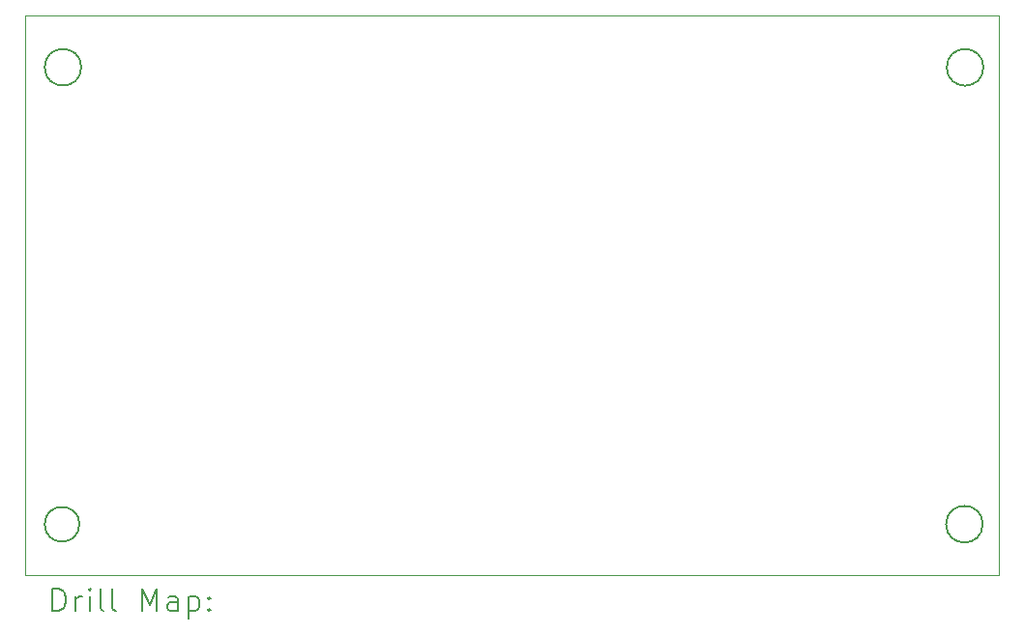
<source format=gbr>
%TF.GenerationSoftware,KiCad,Pcbnew,7.0.1*%
%TF.CreationDate,2023-11-10T11:44:43+00:00*%
%TF.ProjectId,Filter,46696c74-6572-42e6-9b69-6361645f7063,rev?*%
%TF.SameCoordinates,Original*%
%TF.FileFunction,Drillmap*%
%TF.FilePolarity,Positive*%
%FSLAX45Y45*%
G04 Gerber Fmt 4.5, Leading zero omitted, Abs format (unit mm)*
G04 Created by KiCad (PCBNEW 7.0.1) date 2023-11-10 11:44:43*
%MOMM*%
%LPD*%
G01*
G04 APERTURE LIST*
%ADD10C,0.100000*%
%ADD11C,0.200000*%
G04 APERTURE END LIST*
D10*
X11642500Y-6173000D02*
X20173000Y-6173000D01*
X20173000Y-11077000D01*
X11642500Y-11077000D01*
X11642500Y-6173000D01*
D11*
X12135351Y-6630000D02*
G75*
G03*
X12135351Y-6630000I-160351J0D01*
G01*
X20028351Y-10633000D02*
G75*
G03*
X20028351Y-10633000I-160351J0D01*
G01*
X20034351Y-6631000D02*
G75*
G03*
X20034351Y-6631000I-160351J0D01*
G01*
X12119000Y-10634000D02*
G75*
G03*
X12119000Y-10634000I-152000J0D01*
G01*
X11885119Y-11394524D02*
X11885119Y-11194524D01*
X11885119Y-11194524D02*
X11932738Y-11194524D01*
X11932738Y-11194524D02*
X11961309Y-11204048D01*
X11961309Y-11204048D02*
X11980357Y-11223095D01*
X11980357Y-11223095D02*
X11989881Y-11242143D01*
X11989881Y-11242143D02*
X11999405Y-11280238D01*
X11999405Y-11280238D02*
X11999405Y-11308809D01*
X11999405Y-11308809D02*
X11989881Y-11346905D01*
X11989881Y-11346905D02*
X11980357Y-11365952D01*
X11980357Y-11365952D02*
X11961309Y-11385000D01*
X11961309Y-11385000D02*
X11932738Y-11394524D01*
X11932738Y-11394524D02*
X11885119Y-11394524D01*
X12085119Y-11394524D02*
X12085119Y-11261190D01*
X12085119Y-11299286D02*
X12094643Y-11280238D01*
X12094643Y-11280238D02*
X12104167Y-11270714D01*
X12104167Y-11270714D02*
X12123214Y-11261190D01*
X12123214Y-11261190D02*
X12142262Y-11261190D01*
X12208928Y-11394524D02*
X12208928Y-11261190D01*
X12208928Y-11194524D02*
X12199405Y-11204048D01*
X12199405Y-11204048D02*
X12208928Y-11213571D01*
X12208928Y-11213571D02*
X12218452Y-11204048D01*
X12218452Y-11204048D02*
X12208928Y-11194524D01*
X12208928Y-11194524D02*
X12208928Y-11213571D01*
X12332738Y-11394524D02*
X12313690Y-11385000D01*
X12313690Y-11385000D02*
X12304167Y-11365952D01*
X12304167Y-11365952D02*
X12304167Y-11194524D01*
X12437500Y-11394524D02*
X12418452Y-11385000D01*
X12418452Y-11385000D02*
X12408928Y-11365952D01*
X12408928Y-11365952D02*
X12408928Y-11194524D01*
X12666071Y-11394524D02*
X12666071Y-11194524D01*
X12666071Y-11194524D02*
X12732738Y-11337381D01*
X12732738Y-11337381D02*
X12799405Y-11194524D01*
X12799405Y-11194524D02*
X12799405Y-11394524D01*
X12980357Y-11394524D02*
X12980357Y-11289762D01*
X12980357Y-11289762D02*
X12970833Y-11270714D01*
X12970833Y-11270714D02*
X12951786Y-11261190D01*
X12951786Y-11261190D02*
X12913690Y-11261190D01*
X12913690Y-11261190D02*
X12894643Y-11270714D01*
X12980357Y-11385000D02*
X12961309Y-11394524D01*
X12961309Y-11394524D02*
X12913690Y-11394524D01*
X12913690Y-11394524D02*
X12894643Y-11385000D01*
X12894643Y-11385000D02*
X12885119Y-11365952D01*
X12885119Y-11365952D02*
X12885119Y-11346905D01*
X12885119Y-11346905D02*
X12894643Y-11327857D01*
X12894643Y-11327857D02*
X12913690Y-11318333D01*
X12913690Y-11318333D02*
X12961309Y-11318333D01*
X12961309Y-11318333D02*
X12980357Y-11308809D01*
X13075595Y-11261190D02*
X13075595Y-11461190D01*
X13075595Y-11270714D02*
X13094643Y-11261190D01*
X13094643Y-11261190D02*
X13132738Y-11261190D01*
X13132738Y-11261190D02*
X13151786Y-11270714D01*
X13151786Y-11270714D02*
X13161309Y-11280238D01*
X13161309Y-11280238D02*
X13170833Y-11299286D01*
X13170833Y-11299286D02*
X13170833Y-11356428D01*
X13170833Y-11356428D02*
X13161309Y-11375476D01*
X13161309Y-11375476D02*
X13151786Y-11385000D01*
X13151786Y-11385000D02*
X13132738Y-11394524D01*
X13132738Y-11394524D02*
X13094643Y-11394524D01*
X13094643Y-11394524D02*
X13075595Y-11385000D01*
X13256548Y-11375476D02*
X13266071Y-11385000D01*
X13266071Y-11385000D02*
X13256548Y-11394524D01*
X13256548Y-11394524D02*
X13247024Y-11385000D01*
X13247024Y-11385000D02*
X13256548Y-11375476D01*
X13256548Y-11375476D02*
X13256548Y-11394524D01*
X13256548Y-11270714D02*
X13266071Y-11280238D01*
X13266071Y-11280238D02*
X13256548Y-11289762D01*
X13256548Y-11289762D02*
X13247024Y-11280238D01*
X13247024Y-11280238D02*
X13256548Y-11270714D01*
X13256548Y-11270714D02*
X13256548Y-11289762D01*
M02*

</source>
